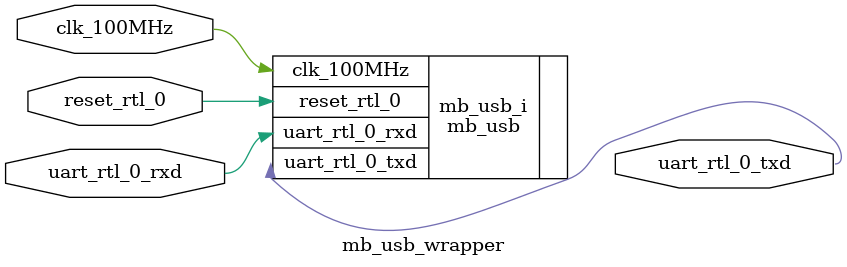
<source format=v>
`timescale 1 ps / 1 ps

module mb_usb_wrapper
   (clk_100MHz,
    reset_rtl_0,
    uart_rtl_0_rxd,
    uart_rtl_0_txd);
  input clk_100MHz;
  input reset_rtl_0;
  input uart_rtl_0_rxd;
  output uart_rtl_0_txd;

  wire clk_100MHz;
  wire reset_rtl_0;
  wire uart_rtl_0_rxd;
  wire uart_rtl_0_txd;

  mb_usb mb_usb_i
       (.clk_100MHz(clk_100MHz),
        .reset_rtl_0(reset_rtl_0),
        .uart_rtl_0_rxd(uart_rtl_0_rxd),
        .uart_rtl_0_txd(uart_rtl_0_txd));
endmodule

</source>
